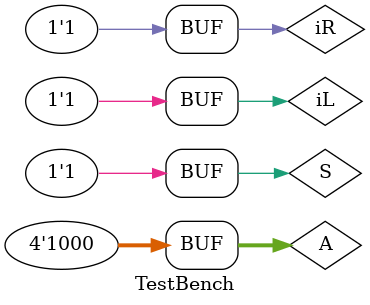
<source format=v>



module TestBench;

	reg [3:0] A;
	reg iR;
	reg iL;
	reg S;

	wire [3:0] Result;

	Shift Tb (A,iR,iL,S,Result);

	initial 
	begin
		A = 4'b1011; iR = 0; iL = 0;
		S = 0; #50;
		S = 1; #50;
		A = 4'b1001; iR = 1; iL = 0;
		S = 0; #50;
		S = 1; #50;
		A = 4'b0011; iR = 0; iL = 1;
		S = 0; #50;
		S = 1; #50;
		A = 4'b1000; iR = 1; iL = 1;
		S = 0; #50;
		S = 1; #50;
	end
      
endmodule


</source>
